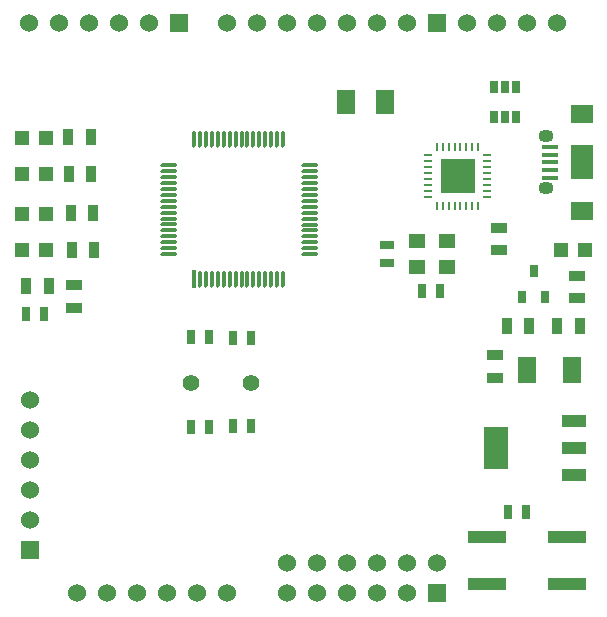
<source format=gts>
G04 (created by PCBNEW (2013-07-07 BZR 4022)-stable) date 23/05/2015 13:05:33*
%MOIN*%
G04 Gerber Fmt 3.4, Leading zero omitted, Abs format*
%FSLAX34Y34*%
G01*
G70*
G90*
G04 APERTURE LIST*
%ADD10C,0.00590551*%
%ADD11R,0.0276X0.0394*%
%ADD12R,0.0315X0.0394*%
%ADD13R,0.08X0.144*%
%ADD14R,0.08X0.04*%
%ADD15R,0.06X0.08*%
%ADD16R,0.055X0.035*%
%ADD17R,0.035X0.055*%
%ADD18R,0.025X0.045*%
%ADD19R,0.045X0.025*%
%ADD20R,0.01X0.03*%
%ADD21R,0.03X0.01*%
%ADD22R,0.1181X0.1181*%
%ADD23R,0.06X0.06*%
%ADD24C,0.06*%
%ADD25R,0.0748031X0.114173*%
%ADD26R,0.0748031X0.061811*%
%ADD27R,0.0531496X0.015748*%
%ADD28O,0.0511811X0.0413386*%
%ADD29R,0.011811X0.06*%
%ADD30O,0.011811X0.06*%
%ADD31O,0.06X0.011811*%
%ADD32R,0.0472X0.0472*%
%ADD33C,0.056*%
%ADD34R,0.125984X0.0393701*%
%ADD35R,0.063X0.0866*%
%ADD36R,0.0551181X0.0472441*%
G04 APERTURE END LIST*
G54D10*
G54D11*
X61335Y-30375D03*
X61710Y-30375D03*
X62085Y-30375D03*
X62085Y-31375D03*
X61710Y-31375D03*
X61335Y-31375D03*
G54D12*
X62655Y-36502D03*
X63030Y-37368D03*
X62280Y-37368D03*
G54D13*
X61415Y-42415D03*
G54D14*
X64015Y-42415D03*
X64015Y-41515D03*
X64015Y-43315D03*
G54D15*
X56395Y-30885D03*
X57695Y-30885D03*
G54D16*
X61370Y-39315D03*
X61370Y-40065D03*
X61500Y-35815D03*
X61500Y-35065D03*
X64105Y-37410D03*
X64105Y-36660D03*
G54D17*
X47915Y-33270D03*
X47165Y-33270D03*
X63440Y-38325D03*
X64190Y-38325D03*
X62510Y-38340D03*
X61760Y-38340D03*
X46495Y-37020D03*
X45745Y-37020D03*
G54D16*
X47350Y-37735D03*
X47350Y-36985D03*
G54D17*
X48015Y-35795D03*
X47265Y-35795D03*
X47900Y-32050D03*
X47150Y-32050D03*
X47985Y-34585D03*
X47235Y-34585D03*
G54D18*
X58950Y-37170D03*
X59550Y-37170D03*
X61810Y-44525D03*
X62410Y-44525D03*
G54D19*
X57760Y-35640D03*
X57760Y-36240D03*
G54D18*
X45745Y-37925D03*
X46345Y-37925D03*
X53230Y-38735D03*
X52630Y-38735D03*
X51230Y-38705D03*
X51830Y-38705D03*
X52625Y-41685D03*
X53225Y-41685D03*
X51830Y-41715D03*
X51230Y-41715D03*
G54D20*
X60612Y-34324D03*
X60415Y-34324D03*
X60218Y-34324D03*
X60809Y-34324D03*
G54D21*
X61104Y-34029D03*
X61104Y-33832D03*
X61104Y-33635D03*
X61104Y-33438D03*
X61104Y-33242D03*
X61104Y-33045D03*
X61104Y-32848D03*
X61104Y-32651D03*
G54D20*
X59431Y-32356D03*
X60809Y-32356D03*
X60612Y-32356D03*
X60415Y-32356D03*
X60218Y-32356D03*
X60022Y-32356D03*
X59825Y-32356D03*
X59628Y-32356D03*
G54D21*
X59136Y-32651D03*
X59136Y-32848D03*
X59136Y-33045D03*
X59136Y-33242D03*
X59136Y-33438D03*
X59136Y-33635D03*
X59136Y-33832D03*
X59136Y-34029D03*
G54D20*
X59431Y-34324D03*
X59628Y-34324D03*
X59825Y-34324D03*
X60022Y-34324D03*
G54D22*
X60120Y-33340D03*
G54D23*
X45885Y-45820D03*
G54D24*
X45885Y-44820D03*
X45885Y-43820D03*
X45885Y-42820D03*
X45885Y-41820D03*
X45885Y-40820D03*
G54D25*
X64260Y-32880D03*
G54D26*
X64260Y-34490D03*
X64260Y-31269D03*
G54D27*
X63206Y-32880D03*
X63206Y-33135D03*
X63206Y-33391D03*
X63206Y-32624D03*
X63206Y-32368D03*
G54D28*
X63078Y-33755D03*
X63078Y-32004D03*
G54D29*
X51344Y-36776D03*
G54D30*
X51541Y-36776D03*
X51738Y-36776D03*
X51935Y-36776D03*
X52132Y-36776D03*
X52328Y-36776D03*
X52525Y-36776D03*
X52722Y-36776D03*
X52919Y-36776D03*
X53116Y-36776D03*
X53313Y-36776D03*
X53509Y-36776D03*
X53706Y-36776D03*
X53903Y-36776D03*
X54100Y-36776D03*
X54297Y-36776D03*
G54D31*
X55195Y-35941D03*
X55195Y-35744D03*
X55195Y-35547D03*
X55195Y-35350D03*
X55195Y-35153D03*
X55195Y-34957D03*
X55195Y-34760D03*
X55195Y-34563D03*
X55195Y-34366D03*
X55195Y-34169D03*
X55195Y-33972D03*
X55195Y-33776D03*
X55195Y-33579D03*
X55195Y-33382D03*
X55195Y-33185D03*
X55195Y-32988D03*
G54D30*
X54297Y-32090D03*
X54100Y-32090D03*
X53903Y-32090D03*
X53706Y-32090D03*
X53509Y-32090D03*
X53313Y-32090D03*
X53116Y-32090D03*
X52919Y-32090D03*
X52722Y-32090D03*
X52525Y-32090D03*
X52328Y-32090D03*
X52132Y-32090D03*
X51935Y-32090D03*
X51738Y-32090D03*
X51541Y-32090D03*
X51344Y-32090D03*
G54D31*
X50509Y-32988D03*
X50509Y-33185D03*
X50509Y-33579D03*
X50502Y-33382D03*
X50509Y-33776D03*
X50509Y-33972D03*
X50509Y-34169D03*
X50509Y-34366D03*
X50509Y-34563D03*
X50509Y-34760D03*
X50509Y-34954D03*
X50509Y-35151D03*
X50509Y-35348D03*
X50509Y-35545D03*
X50509Y-35741D03*
X50509Y-35938D03*
G54D32*
X46418Y-32075D03*
X45592Y-32075D03*
X46418Y-33285D03*
X45592Y-33285D03*
X64383Y-35815D03*
X63557Y-35815D03*
X46413Y-34605D03*
X45587Y-34605D03*
X46413Y-35815D03*
X45587Y-35815D03*
G54D33*
X53225Y-40235D03*
X51225Y-40235D03*
G54D34*
X61091Y-45372D03*
X63768Y-45372D03*
X63768Y-46947D03*
X61091Y-46947D03*
G54D35*
X62452Y-39820D03*
X63948Y-39820D03*
G54D23*
X59419Y-28249D03*
G54D24*
X57419Y-28249D03*
X56419Y-28249D03*
X55419Y-28249D03*
X54419Y-28249D03*
X53419Y-28249D03*
X52419Y-28249D03*
G54D23*
X50819Y-28249D03*
G54D24*
X49819Y-28249D03*
X48819Y-28249D03*
X47819Y-28249D03*
X46819Y-28249D03*
X45821Y-28249D03*
X58419Y-28249D03*
G54D23*
X59419Y-47249D03*
G54D24*
X58419Y-47249D03*
X57419Y-47249D03*
X56419Y-47249D03*
X55419Y-47249D03*
X54419Y-47249D03*
X52419Y-47249D03*
X50419Y-47249D03*
X49419Y-47249D03*
X48419Y-47249D03*
X47419Y-47249D03*
X51419Y-47249D03*
X54419Y-46249D03*
X55419Y-46249D03*
X56419Y-46249D03*
X57419Y-46249D03*
X58419Y-46249D03*
X59419Y-46249D03*
X60419Y-28249D03*
X61419Y-28249D03*
X62419Y-28249D03*
X63419Y-28249D03*
G54D36*
X59780Y-35506D03*
X59780Y-36373D03*
X58780Y-35506D03*
X58780Y-36373D03*
M02*

</source>
